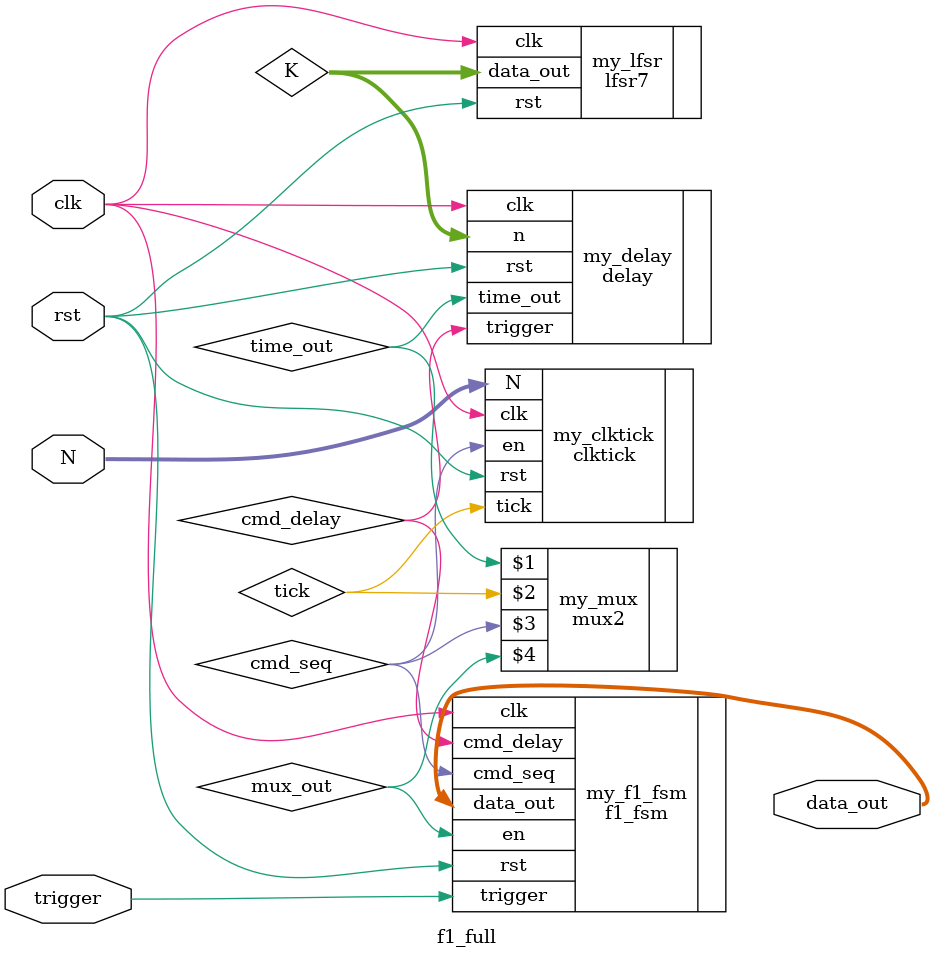
<source format=sv>
module f1_full (
    input logic trigger,  // Whole circuit trigger. E.g. Vbuddy Flag
    input logic clk,
    input logic rst,
    input logic [4:0] N, // Use clktick to scale down internal clock to only produce clock tick every n internal clock cycles  
    output logic [7:0] data_out
);

  logic cmd_seq;
  logic tick;
  logic [6:0] K;
  logic cmd_delay;
  logic mux_out;
  logic time_out;

  clktick my_clktick (
      .clk(clk),
      .rst(rst),
      .en(cmd_seq),
      .N(N),
      .tick(tick)
  );

  lfsr7 my_lfsr (
      .clk(clk),
      .rst(rst),
      .data_out(K)
  );

  delay my_delay (
      .clk(clk),
      .n(K),
      .trigger(cmd_delay),  // delay block is triggered when next state is lights out
      .rst(rst),
      .time_out(time_out)
  );

  mux2 my_mux (
      time_out,
      tick,
      cmd_seq,
      mux_out
  );

  f1_fsm my_f1_fsm (
      .rst(rst),
      .clk(clk),
      .trigger(trigger),
      .en(mux_out),
      .data_out(data_out),
      .cmd_seq(cmd_seq),
      .cmd_delay(cmd_delay)
  );
endmodule

</source>
